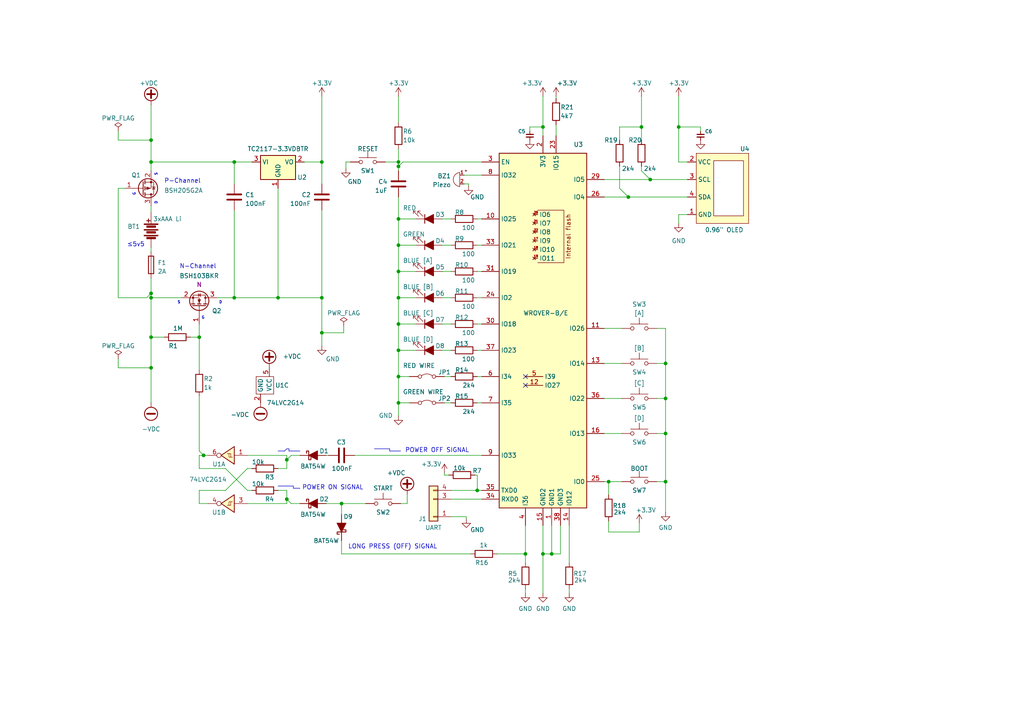
<source format=kicad_sch>
(kicad_sch (version 20230121) (generator eeschema)
  (paper "A4")
  (title_block (title "Ultimate invitation card") (date "2023-11-13") (rev "1.0") (company "espenandersen.no"))
  (lib_symbols
    (symbol "74xGxx_espena:74LVC2G14"
      (property "Reference" "U" (at 3.81 1.27 0))
      (property "Value" "74LVC2G14" (at 8.89 -1.27 0))
      (symbol "74LVC2G14_1_1"
        (polyline (pts (xy -0.254 -0.508) (xy 0.254 -0.508) (xy 0.254 0.508)) (stroke (width 0.127)) (fill (type background)))
        (polyline (pts (xy -1.27 2.54) (xy -1.27 -2.54) (xy 2.54 0) (xy -1.27 2.54)) (stroke (width 0.254)) (fill (type background)))
        (polyline (pts (xy -0.762 -0.508) (xy -0.254 -0.508) (xy -0.254 0.508) (xy 0.762 0.508)) (stroke (width 0.127)) (fill (type background)))
        (pin input line (at -5.08 0 0) (length 3.81) (name "~") (number "1"))
        (pin output inverted (at 6.35 0 180) (length 3.81) (name "~") (number "6"))
      )
      (symbol "74LVC2G14_2_1"
        (polyline (pts (xy -0.254 -0.508) (xy 0.254 -0.508) (xy 0.254 0.508)) (stroke (width 0.127)) (fill (type background)))
        (polyline (pts (xy -1.27 2.54) (xy -1.27 -2.54) (xy 2.54 0) (xy -1.27 2.54)) (stroke (width 0.254)) (fill (type background)))
        (polyline (pts (xy -0.762 -0.508) (xy -0.254 -0.508) (xy -0.254 0.508) (xy 0.762 0.508)) (stroke (width 0.127)) (fill (type background)))
        (pin input line (at -5.08 0 0) (length 3.81) (name "~") (number "3"))
        (pin output inverted (at 6.35 0 180) (length 3.81) (name "~") (number "4"))
      )
      (symbol "74LVC2G14_3_0"
        (rectangle (start -2.54 2.54) (end 2.54 -2.54))
        (rectangle (start 0 -2.54) (end 0 -2.54))
      )
      (symbol "74LVC2G14_3_1"
        (pin power_in line (at 1.27 -5.08 90) (length 2.54) (name "GND") (number "2"))
        (pin power_in line (at -1.27 5.08 270) (length 2.54) (name "VCC") (number "5"))
      )
    )
    (symbol "Connector_Generic_espena:Conn_01x04_without_pin2" (pin_names (offset 1.016) hide)
      (property "Reference" "J" (at 0 5.08 0))
      (property "Value" "Conn_01x04_without_pin2" (at 0 -7.62 0))
      (symbol "Conn_01x04_without_pin2_1_1"
        (rectangle (start -1.27 -4.953) (end 0 -5.207) (stroke (width 0.1524)))
        (rectangle (start -1.27 -2.413) (end 0 -2.667) (stroke (width 0.1524)))
        (rectangle (start -1.27 2.667) (end 0 2.413) (stroke (width 0.1524)))
        (rectangle (start -1.27 3.81) (end 1.27 -6.35) (stroke (width 0.254)) (fill (type background)))
        (pin passive line (at -5.08 2.54 0) (length 3.81) (name "Pin_1") (number "1"))
        (pin no_connect line (at -5.08 0 0) (length 3.81) hide (name "Pin_2") (number "2"))
        (pin passive line (at -5.08 -2.54 0) (length 3.81) (name "Pin_3") (number "3"))
        (pin passive line (at -5.08 -5.08 0) (length 3.81) (name "Pin_4") (number "4"))
      )
    )
    (symbol "Device:C" (pin_numbers hide) (pin_names (offset 0.254))
      (property "Reference" "C" (at 0.635 2.54 0))
      (property "Value" "C" (at 0.635 -2.54 0))
      (symbol "C_0_1"
        (polyline (pts (xy -2.032 -0.762) (xy 2.032 -0.762)) (stroke (width 0.508)))
        (polyline (pts (xy -2.032 0.762) (xy 2.032 0.762)) (stroke (width 0.508)))
      )
      (symbol "C_1_1"
        (pin passive line (at 0 3.81 270) (length 2.794) (name "~") (number "1"))
        (pin passive line (at 0 -3.81 90) (length 2.794) (name "~") (number "2"))
      )
    )
    (symbol "Device:D_Schottky_Filled" (pin_numbers hide) (pin_names (offset 1.016) hide)
      (property "Reference" "D" (at 0 2.54 0))
      (property "Value" "D_Schottky_Filled" (at 0 -2.54 0))
      (symbol "D_Schottky_Filled_0_1"
        (polyline (pts (xy 1.27 0) (xy -1.27 0)))
        (polyline (pts (xy 1.27 1.27) (xy 1.27 -1.27) (xy -1.27 0) (xy 1.27 1.27)) (stroke (width 0.254)) (fill (type outline)))
        (polyline (pts (xy -1.905 0.635) (xy -1.905 1.27) (xy -1.27 1.27) (xy -1.27 -1.27) (xy -0.635 -1.27) (xy -0.635 -0.635)) (stroke (width 0.254)))
      )
      (symbol "D_Schottky_Filled_1_1"
        (pin passive line (at -3.81 0 0) (length 2.54) (name "K") (number "1"))
        (pin passive line (at 3.81 0 180) (length 2.54) (name "A") (number "2"))
      )
    )
    (symbol "Device:Fuse" (pin_numbers hide) (pin_names (offset 0))
      (property "Reference" "F" (at 2.032 0 90))
      (property "Value" "Fuse" (at -1.905 0 90))
      (symbol "Fuse_0_1"
        (rectangle (start -0.762 -2.54) (end 0.762 2.54) (stroke (width 0.254)))
        (polyline (pts (xy 0 2.54) (xy 0 -2.54)))
      )
      (symbol "Fuse_1_1"
        (pin passive line (at 0 3.81 270) (length 1.27) (name "~") (number "1"))
        (pin passive line (at 0 -3.81 90) (length 1.27) (name "~") (number "2"))
      )
    )
    (symbol "Device:LED_Filled" (pin_numbers hide) (pin_names (offset 1.016) hide)
      (property "Reference" "D" (at 0 2.54 0))
      (property "Value" "LED_Filled" (at 0 -2.54 0))
      (symbol "LED_Filled_0_1"
        (polyline (pts (xy -1.27 -1.27) (xy -1.27 1.27)) (stroke (width 0.254)))
        (polyline (pts (xy -1.27 0) (xy 1.27 0)))
        (polyline (pts (xy 1.27 -1.27) (xy 1.27 1.27) (xy -1.27 0) (xy 1.27 -1.27)) (stroke (width 0.254)) (fill (type outline)))
        (polyline (pts (xy -3.048 -0.762) (xy -4.572 -2.286) (xy -3.81 -2.286) (xy -4.572 -2.286) (xy -4.572 -1.524)))
        (polyline (pts (xy -1.778 -0.762) (xy -3.302 -2.286) (xy -2.54 -2.286) (xy -3.302 -2.286) (xy -3.302 -1.524)))
      )
      (symbol "LED_Filled_1_1"
        (pin passive line (at -3.81 0 0) (length 2.54) (name "K") (number "1"))
        (pin passive line (at 3.81 0 180) (length 2.54) (name "A") (number "2"))
      )
    )
    (symbol "Device:R" (pin_numbers hide) (pin_names (offset 0))
      (property "Reference" "R" (at 2.032 0 90))
      (property "Value" "R" (at 0 0 90))
      (symbol "R_0_1"
        (rectangle (start -1.016 -2.54) (end 1.016 2.54) (stroke (width 0.254)))
      )
      (symbol "R_1_1"
        (pin passive line (at 0 3.81 270) (length 1.27) (name "~") (number "1"))
        (pin passive line (at 0 -3.81 90) (length 1.27) (name "~") (number "2"))
      )
    )
    (symbol "Device_espena:Battery_3cell" (pin_numbers hide) (pin_names (offset 0) hide)
      (property "Reference" "BT" (at 2.54 2.54 0))
      (property "Value" "Battery_3cell" (at 2.54 0 0))
      (symbol "Battery_3cell_0_1"
        (rectangle (start -2.032 -1.524) (end 2.032 -1.778) (fill (type outline)))
        (rectangle (start -2.032 0.127) (end 2.032 -0.127) (fill (type outline)))
        (rectangle (start -2.032 1.778) (end 2.032 1.524) (fill (type outline)))
        (rectangle (start -1.3208 -2.1082) (end 1.27 -2.6162) (fill (type outline)))
        (rectangle (start -1.3208 -0.4572) (end 1.27 -0.9652) (fill (type outline)))
        (rectangle (start -1.3208 1.1938) (end 1.27 0.6858) (fill (type outline)))
        (polyline (pts (xy 0 1.778) (xy 0 2.54)))
        (polyline (pts (xy 0.254 2.667) (xy 1.27 2.667)) (stroke (width 0.254)))
        (polyline (pts (xy 0.762 3.175) (xy 0.762 2.159)) (stroke (width 0.254)))
      )
      (symbol "Battery_3cell_1_1"
        (pin passive line (at 0 5.08 270) (length 2.54) (name "+") (number "1"))
        (pin passive line (at 0 -5.08 90) (length 2.54) (name "-") (number "2"))
      )
    )
    (symbol "Device_espena:Buzzer" (pin_names (offset 0.0254) hide)
      (property "Reference" "BZ" (at 2.286 1.27 0))
      (property "Value" "Buzzer" (at 2.286 -1.27 0))
      (symbol "Buzzer_0_1"
        (arc (start 0 -2.032) (mid 1.8758 0) (end 0 2.032))
        (polyline (pts (xy -2.032 2.54) (xy -1.524 2.54)))
        (polyline (pts (xy -1.778 2.794) (xy -1.778 2.286)))
        (polyline (pts (xy 0 2.032) (xy 0 -2.032)))
      )
      (symbol "Buzzer_1_1"
        (pin passive line (at -1.27 1.27 0) (length 1.27) (name "-") (number "1"))
        (pin passive line (at -1.27 -1.27 0) (length 1.27) (name "+") (number "2"))
      )
    )
    (symbol "Device_espena:C_Decoupling" (pin_numbers hide) (pin_names (offset 0.254) hide)
      (property "Reference" "C" (at 0.4572 1.3716 0))
      (symbol "C_Decoupling_0_1"
        (polyline (pts (xy -1.016 -0.381) (xy 1.016 -0.381)) (stroke (width 0.3302)))
        (polyline (pts (xy -1.016 0.381) (xy 1.016 0.381)) (stroke (width 0.3302)))
      )
      (symbol "C_Decoupling_1_1"
        (pin passive line (at 0 1.27 270) (length 0.7938) (name "~") (number "1"))
        (pin passive line (at 0 -1.27 90) (length 0.7938) (name "~") (number "2"))
      )
    )
    (symbol "Display_graphic_espena:OLED-SSD1306_0.96_i2c"
      (property "Reference" "U" (at 0 0 0))
      (property "Value" "0.96\" OLED MODULE" (at 0 -9.906 0))
      (symbol "OLED-SSD1306_0.96_i2c_0_1"
        (rectangle (start -10.16 7.62) (end 10.16 -7.62) (fill (type background)))
        (rectangle (start -8.001 2.54) (end 8.001 -6.096) (fill (type color) (color 255 255 255 1)))
      )
      (symbol "OLED-SSD1306_0.96_i2c_1_1"
        (pin power_in line (at -7.62 10.16 270) (length 2.54) (name "GND") (number "1"))
        (pin power_in line (at 7.62 10.16 270) (length 2.54) (name "VCC") (number "2"))
        (pin bidirectional line (at 2.54 10.16 270) (length 2.54) (name "SCL") (number "3"))
        (pin bidirectional line (at -2.54 10.16 270) (length 2.54) (name "SDA") (number "4"))
      )
    )
    (symbol "Jumper:Jumper_2_Bridged" (pin_numbers hide) (pin_names (offset 0) hide)
      (property "Reference" "JP" (at 0 1.905 0))
      (property "Value" "Jumper_2_Bridged" (at 0 -2.54 0))
      (symbol "Jumper_2_Bridged_0_0"
        (circle (center -2.032 0) (radius 0.508))
        (circle (center 2.032 0) (radius 0.508))
      )
      (symbol "Jumper_2_Bridged_0_1"
        (arc (start 1.524 0.254) (mid 0 0.762) (end -1.524 0.254))
      )
      (symbol "Jumper_2_Bridged_1_1"
        (pin passive line (at -5.08 0 0) (length 2.54) (name "A") (number "1"))
        (pin passive line (at 5.08 0 180) (length 2.54) (name "B") (number "2"))
      )
    )
    (symbol "Jumper_2_Bridged_1" (pin_numbers hide) (pin_names (offset 0) hide)
      (property "Reference" "JP" (at 0 1.905 0))
      (property "Value" "Jumper_2_Bridged" (at 0 -2.54 0))
      (symbol "Jumper_2_Bridged_1_0_0"
        (circle (center -2.032 0) (radius 0.508))
        (circle (center 2.032 0) (radius 0.508))
      )
      (symbol "Jumper_2_Bridged_1_0_1"
        (arc (start 1.524 0.254) (mid 0 0.762) (end -1.524 0.254))
      )
      (symbol "Jumper_2_Bridged_1_1_1"
        (pin passive line (at -5.08 0 0) (length 2.54) (name "A") (number "1"))
        (pin passive line (at 5.08 0 180) (length 2.54) (name "B") (number "2"))
      )
    )
    (symbol "RF_Module_espena:ESP32-WROVER-B_2"
      (property "Reference" "U" (at -12.7 46.99 0))
      (property "Value" "ESP32-WROVER-B" (at 0 -12.7 90))
      (symbol "ESP32-WROVER-B_2_0_1"
        (rectangle (start -12.7 45.72) (end 12.7 -57.15) (stroke (width 0.254)) (fill (type background)))
        (polyline (pts (xy -1.54 29.21) (xy 6.08 29.21) (xy 6.08 13.97) (xy -1.54 13.97)))
        (text "Internal flash" (at 7.35 21.59 900) (effects (font (size 1.27 1.27))))
      )
      (symbol "ESP32-WROVER-B_2_1_1"
        (pin power_in line (at 2.54 -62.23 90) (length 5.08) (name "GND1") (number "1"))
        (pin bidirectional line (at -17.78 26.67 0) (length 5.08) (name "IO25") (number "10"))
        (pin bidirectional line (at 17.78 -5.08 180) (length 5.08) (name "IO26") (number "11"))
        (pin bidirectional line (at -5.08 -21.59 0) (length 5.08) (name "IO27") (number "12"))
        (pin bidirectional line (at 17.78 -15.24 180) (length 5.08) (name "IO14") (number "13"))
        (pin bidirectional line (at 7.62 -62.23 90) (length 5.08) (name "IO12") (number "14"))
        (pin power_in line (at 0 -62.23 90) (length 5.08) (name "GND2") (number "15"))
        (pin bidirectional line (at 17.78 -35.56 180) (length 5.08) (name "IO13") (number "16"))
        (pin no_connect line (at -2.54 20.32 0) (length 1) (name "IO9") (number "17"))
        (pin no_connect line (at -2.54 17.78 0) (length 1) (name "IO10") (number "18"))
        (pin no_connect line (at -2.54 15.24 0) (length 1) (name "IO11") (number "19"))
        (pin power_in line (at 0 50.8 270) (length 5.08) (name "3V3") (number "2"))
        (pin no_connect line (at -2.54 27.94 0) (length 1) (name "IO6") (number "20"))
        (pin no_connect line (at -2.54 25.4 0) (length 1) (name "IO7") (number "21"))
        (pin no_connect line (at -2.54 22.86 0) (length 1) (name "IO8") (number "22"))
        (pin bidirectional line (at 3.81 50.8 270) (length 5.08) (name "IO15") (number "23"))
        (pin bidirectional line (at -17.78 3.81 0) (length 5.08) (name "IO2") (number "24"))
        (pin bidirectional line (at 17.78 -49.53 180) (length 5.08) (name "IO0") (number "25"))
        (pin bidirectional line (at 17.78 33.02 180) (length 5.08) (name "IO4") (number "26"))
        (pin no_connect line (at -2.54 36.83 0) (length 1) hide (name "NC1") (number "27"))
        (pin no_connect line (at -2.54 34.29 0) (length 1) hide (name "NC2") (number "28"))
        (pin bidirectional line (at 17.78 38.1 180) (length 5.08) (name "IO5") (number "29"))
        (pin input line (at -17.78 43.18 0) (length 5.08) (name "EN") (number "3"))
        (pin bidirectional line (at -17.78 -3.81 0) (length 5.08) (name "IO18") (number "30"))
        (pin bidirectional line (at -17.78 11.43 0) (length 5.08) (name "IO19") (number "31"))
        (pin no_connect line (at -2.54 31.75 0) (length 1) hide (name "NC3") (number "32"))
        (pin bidirectional line (at -17.78 19.05 0) (length 5.08) (name "IO21") (number "33"))
        (pin bidirectional line (at -17.78 -54.61 0) (length 5.08) (name "RXD0") (number "34"))
        (pin bidirectional line (at -17.78 -52.07 0) (length 5.08) (name "TXD0") (number "35"))
        (pin bidirectional line (at 17.78 -25.4 180) (length 5.08) (name "IO22") (number "36"))
        (pin bidirectional line (at -17.78 -11.43 0) (length 5.08) (name "IO23") (number "37"))
        (pin power_in line (at 5.08 -62.23 90) (length 5.08) (name "GND3") (number "38"))
        (pin input line (at -5.08 -62.23 90) (length 5.08) (name "I36") (number "4"))
        (pin input line (at -5.08 -19.05 0) (length 5.08) (name "I39") (number "5"))
        (pin input line (at -17.78 -19.05 0) (length 5.08) (name "I34") (number "6"))
        (pin input line (at -17.78 -26.67 0) (length 5.08) (name "I35") (number "7"))
        (pin bidirectional line (at -17.78 39.37 0) (length 5.08) (name "IO32") (number "8"))
        (pin bidirectional line (at -17.78 -41.91 0) (length 5.08) (name "IO33") (number "9"))
      )
    )
    (symbol "Regulator_Linear:NCP1117-3.3_SOT223"
      (property "Reference" "U" (at -3.81 3.175 0))
      (property "Value" "NCP1117-3.3_SOT223" (at 0 3.175 0))
      (symbol "NCP1117-3.3_SOT223_0_1"
        (rectangle (start -5.08 -5.08) (end 5.08 1.905) (stroke (width 0.254)) (fill (type background)))
      )
      (symbol "NCP1117-3.3_SOT223_1_1"
        (pin power_in line (at 0 -7.62 90) (length 2.54) (name "GND") (number "1"))
        (pin power_out line (at 7.62 0 180) (length 2.54) (name "VO") (number "2"))
        (pin power_in line (at -7.62 0 0) (length 2.54) (name "VI") (number "3"))
      )
    )
    (symbol "Switch:SW_Push" (pin_numbers hide) (pin_names (offset 1.016) hide)
      (property "Reference" "SW" (at 1.27 2.54 0))
      (property "Value" "SW_Push" (at 0 -1.524 0))
      (symbol "SW_Push_0_1"
        (circle (center -2.032 0) (radius 0.508))
        (polyline (pts (xy 0 1.27) (xy 0 3.048)))
        (polyline (pts (xy 2.54 1.27) (xy -2.54 1.27)))
        (circle (center 2.032 0) (radius 0.508))
        (pin passive line (at -5.08 0 0) (length 2.54) (name "1") (number "1"))
        (pin passive line (at 5.08 0 180) (length 2.54) (name "2") (number "2"))
      )
    )
    (symbol "Transistor_FET_espena:BSH103BK" (pin_names hide)
      (property "Reference" "Q1" (at 3.81 1.27 90))
      (property "Value" "BSH103BKR" (at 0 -6.35 90))
      (property "Channel" "N" (at -2.54 -1.27 90))
      (symbol "BSH103BK_0_1"
        (polyline (pts (xy 0.254 0) (xy -2.54 0)))
        (polyline (pts (xy 0.254 1.905) (xy 0.254 -1.905)) (stroke (width 0.254)))
        (polyline (pts (xy 0.762 -1.27) (xy 0.762 -2.286)) (stroke (width 0.254)))
        (polyline (pts (xy 0.762 0.508) (xy 0.762 -0.508)) (stroke (width 0.254)))
        (polyline (pts (xy 0.762 2.286) (xy 0.762 1.27)) (stroke (width 0.254)))
        (polyline (pts (xy 2.54 2.54) (xy 2.54 1.778)))
        (polyline (pts (xy 2.54 -2.54) (xy 2.54 0) (xy 0.762 0)))
        (polyline (pts (xy 0.762 -1.778) (xy 3.302 -1.778) (xy 3.302 1.778) (xy 0.762 1.778)))
        (polyline (pts (xy 1.016 0) (xy 2.032 0.381) (xy 2.032 -0.381) (xy 1.016 0)) (fill (type outline)))
        (polyline (pts (xy 2.794 0.508) (xy 2.921 0.381) (xy 3.683 0.381) (xy 3.81 0.254)))
        (polyline (pts (xy 3.302 0.381) (xy 2.921 -0.254) (xy 3.683 -0.254) (xy 3.302 0.381)))
        (circle (center 1.651 0) (radius 2.794) (stroke (width 0.254)))
        (circle (center 2.54 -1.778) (radius 0.254) (fill (type outline)))
        (circle (center 2.54 1.778) (radius 0.254) (fill (type outline)))
      )
      (symbol "BSH103BK_1_1"
        (pin input line (at -5.08 0 0) (length 2.54) (name "G") (number "1"))
        (pin passive line (at 2.54 -5.08 90) (length 2.54) (name "S") (number "2"))
        (pin passive line (at 2.54 5.08 270) (length 2.54) (name "D") (number "3"))
      )
    )
    (symbol "Transistor_FET_espena:BSH205G2A" (pin_names hide)
      (property "Reference" "Q" (at 5.08 1.905 0))
      (property "Value" "BSH205G2A" (at 5.08 0 0))
      (symbol "BSH205G2A_0_1"
        (polyline (pts (xy 0.254 0) (xy -2.54 0)))
        (polyline (pts (xy 0.254 1.905) (xy 0.254 -1.905)) (stroke (width 0.254)))
        (polyline (pts (xy 0.762 -1.27) (xy 0.762 -2.286)) (stroke (width 0.254)))
        (polyline (pts (xy 0.762 0.508) (xy 0.762 -0.508)) (stroke (width 0.254)))
        (polyline (pts (xy 0.762 2.286) (xy 0.762 1.27)) (stroke (width 0.254)))
        (polyline (pts (xy 2.54 2.54) (xy 2.54 1.778)))
        (polyline (pts (xy 2.54 -2.54) (xy 2.54 0) (xy 0.762 0)))
        (polyline (pts (xy 0.762 1.778) (xy 3.302 1.778) (xy 3.302 -1.778) (xy 0.762 -1.778)))
        (polyline (pts (xy 2.286 0) (xy 1.27 0.381) (xy 1.27 -0.381) (xy 2.286 0)) (fill (type outline)))
        (polyline (pts (xy 2.794 -0.508) (xy 2.921 -0.381) (xy 3.683 -0.381) (xy 3.81 -0.254)))
        (polyline (pts (xy 3.302 -0.381) (xy 2.921 0.254) (xy 3.683 0.254) (xy 3.302 -0.381)))
        (circle (center 1.651 0) (radius 2.794) (stroke (width 0.254)))
        (circle (center 2.54 -1.778) (radius 0.254) (fill (type outline)))
        (circle (center 2.54 1.778) (radius 0.254) (fill (type outline)))
      )
      (symbol "BSH205G2A_1_1"
        (pin input line (at -5.08 0 0) (length 2.54) (name "G") (number "1"))
        (pin passive line (at 2.54 -5.08 90) (length 2.54) (name "S") (number "2"))
        (pin passive line (at 2.54 5.08 270) (length 2.54) (name "D") (number "3"))
      )
    )
    (symbol "power:+3.3V" (power) (pin_names (offset 0))
      (property "Value" "+3.3V" (at 0 3.556 0))
      (symbol "+3.3V_0_1"
        (polyline (pts (xy -0.762 1.27) (xy 0 2.54)))
        (polyline (pts (xy 0 0) (xy 0 2.54)))
        (polyline (pts (xy 0 2.54) (xy 0.762 1.27)))
      )
      (symbol "+3.3V_1_1"
        (pin power_in line (at 0 0 90) (length 0) hide (name "+3.3V") (number "1"))
      )
    )
    (symbol "power:+VDC" (power) (pin_names (offset 0))
      (property "Value" "+VDC" (at 0 6.35 0))
      (symbol "+VDC_0_1"
        (polyline (pts (xy -1.143 3.175) (xy 1.143 3.175)) (stroke (width 0.508)))
        (polyline (pts (xy 0 0) (xy 0 1.27)))
        (polyline (pts (xy 0 2.032) (xy 0 4.318)) (stroke (width 0.508)))
        (circle (center 0 3.175) (radius 1.905) (stroke (width 0.254)))
      )
      (symbol "+VDC_1_1"
        (pin power_in line (at 0 0 90) (length 0) hide (name "+VDC") (number "1"))
      )
    )
    (symbol "power:-VDC" (power) (pin_names (offset 0))
      (property "Value" "-VDC" (at 0 6.35 0))
      (symbol "-VDC_0_1"
        (polyline (pts (xy -1.143 3.175) (xy 1.143 3.175)) (stroke (width 0.508)))
        (polyline (pts (xy 0 0) (xy 0 1.27)))
        (circle (center 0 3.175) (radius 1.905) (stroke (width 0.254)))
      )
      (symbol "-VDC_1_1"
        (pin power_in line (at 0 0 90) (length 0) hide (name "-VDC") (number "1"))
      )
    )
    (symbol "power:GND" (power) (pin_names (offset 0))
      (property "Value" "GND" (at 0 -3.81 0))
      (symbol "GND_0_1"
        (polyline (pts (xy 0 0) (xy 0 -1.27) (xy 1.27 -1.27) (xy 0 -2.54) (xy -1.27 -1.27) (xy 0 -1.27)))
      )
      (symbol "GND_1_1"
        (pin power_in line (at 0 0 270) (length 0) hide (name "GND") (number "1"))
      )
    )
    (symbol "power:PWR_FLAG" (power) (pin_numbers hide) (pin_names (offset 0) hide)
      (property "Value" "PWR_FLAG" (at 0 3.81 0))
      (symbol "PWR_FLAG_0_0"
        (pin power_out line (at 0 0 90) (length 0) (name "pwr") (number "1"))
      )
      (symbol "PWR_FLAG_0_1"
        (polyline (pts (xy 0 0) (xy 0 1.27) (xy -1.016 1.905) (xy 0 2.54) (xy 1.016 1.905) (xy 0 1.27)))
      )
    )
  )
  (junction (at 67.945 46.99))
  (junction (at 67.945 86.36))
  (junction (at 196.85 36.83))
  (junction (at 186.055 36.83))
  (junction (at 59.055 132.08))
  (junction (at 99.06 146.05))
  (junction (at 193.04 115.57))
  (junction (at 152.4 160.655))
  (junction (at 115.57 93.98))
  (junction (at 43.815 86.36))
  (junction (at 43.815 85.09))
  (junction (at 80.645 86.36))
  (junction (at 182.245 57.15))
  (junction (at 115.57 116.84))
  (junction (at 188.595 52.07))
  (junction (at 160.02 160.655))
  (junction (at 115.57 71.12))
  (junction (at 193.04 139.7))
  (junction (at 193.04 105.41))
  (junction (at 83.185 144.78))
  (junction (at 157.48 160.655))
  (junction (at 93.345 46.99))
  (junction (at 115.57 101.6))
  (junction (at 93.345 96.52))
  (junction (at 115.57 86.36))
  (junction (at 157.48 36.83))
  (junction (at 93.345 86.36))
  (junction (at 115.57 78.74))
  (junction (at 176.53 139.7))
  (junction (at 115.57 63.5))
  (junction (at 83.185 133.35))
  (junction (at 115.57 48.26))
  (junction (at 57.785 97.79))
  (junction (at 193.04 125.73))
  (junction (at 43.815 46.99))
  (junction (at 138.43 142.24))
  (junction (at 43.815 97.79))
  (junction (at 115.57 46.99))
  (junction (at 43.815 106.68))
  (junction (at 43.815 40.64))
  (junction (at 115.57 109.22))
  (no_connect (at 152.4 111.76))
  (no_connect (at 152.4 109.22))
  (wire (pts (xy 99.06 146.05) (xy 106.045 146.05)))
  (wire (pts (xy 176.53 139.7) (xy 180.34 139.7)))
  (wire (pts (xy 135.89 53.34) (xy 135.89 53.975)))
  (wire (pts (xy 42.545 86.36) (xy 43.815 85.09)))
  (wire (pts (xy 196.85 62.23) (xy 196.85 64.77)))
  (wire (pts (xy 203.2 36.83) (xy 203.2 38.1)))
  (wire (pts (xy 99.695 94.615) (xy 99.695 96.52)))
  (wire (pts (xy 73.025 135.89) (xy 71.755 135.89)))
  (wire (pts (xy 134.62 53.34) (xy 135.89 53.34)))
  (wire (pts (xy 175.26 115.57) (xy 180.34 115.57)))
  (wire (pts (xy 128.27 78.74) (xy 130.81 78.74)))
  (wire (pts (xy 128.905 116.84) (xy 130.81 116.84)))
  (wire (pts (xy 190.5 105.41) (xy 193.04 105.41)))
  (wire (pts (xy 116.84 46.99) (xy 115.57 48.26)))
  (wire (pts (xy 115.57 86.36) (xy 120.65 86.36)))
  (wire (pts (xy 57.785 114.935) (xy 57.785 130.81)))
  (wire (pts (xy 115.57 63.5) (xy 120.65 63.5)))
  (wire (pts (xy 43.815 30.48) (xy 43.815 40.64)))
  (wire (pts (xy 43.815 80.645) (xy 43.815 85.09)))
  (wire (pts (xy 179.705 36.83) (xy 186.055 36.83)))
  (wire (pts (xy 190.5 95.25) (xy 193.04 95.25)))
  (wire (pts (xy 161.29 27.94) (xy 161.29 28.575)))
  (wire (pts (xy 186.055 36.83) (xy 186.055 40.64)))
  (wire (pts (xy 83.185 133.35) (xy 83.185 135.89)))
  (wire (pts (xy 128.905 109.22) (xy 130.81 109.22)))
  (wire (pts (xy 57.785 135.89) (xy 65.405 135.89)))
  (wire (pts (xy 157.48 36.83) (xy 157.48 39.37)))
  (wire (pts (xy 43.815 85.09) (xy 43.815 86.36)))
  (wire (pts (xy 115.57 116.84) (xy 115.57 120.65)))
  (wire (pts (xy 193.04 95.25) (xy 193.04 105.41)))
  (wire (pts (xy 165.1 152.4) (xy 165.1 163.195)))
  (wire (pts (xy 196.85 36.83) (xy 203.2 36.83)))
  (wire (pts (xy 43.815 46.99) (xy 43.815 49.53)))
  (wire (pts (xy 115.57 27.94) (xy 115.57 35.56)))
  (wire (pts (xy 175.26 105.41) (xy 180.34 105.41)))
  (wire (pts (xy 115.57 43.18) (xy 115.57 46.99)))
  (wire (pts (xy 57.785 142.24) (xy 65.405 142.24)))
  (wire (pts (xy 135.255 149.86) (xy 135.255 150.495)))
  (wire (pts (xy 43.815 86.36) (xy 43.815 97.79)))
  (wire (pts (xy 128.27 93.98) (xy 130.81 93.98)))
  (wire (pts (xy 130.81 144.78) (xy 139.7 144.78)))
  (wire (pts (xy 190.5 115.57) (xy 193.04 115.57)))
  (wire (pts (xy 84.455 146.05) (xy 86.995 146.05)))
  (wire (pts (xy 193.04 105.41) (xy 193.04 115.57)))
  (wire (pts (xy 43.815 71.755) (xy 43.815 73.025)))
  (wire (pts (xy 67.945 60.96) (xy 67.945 86.36)))
  (wire (pts (xy 128.27 86.36) (xy 130.81 86.36)))
  (wire (pts (xy 138.43 142.24) (xy 139.7 142.24)))
  (wire (pts (xy 84.455 146.05) (xy 83.185 144.78)))
  (wire (pts (xy 176.53 139.7) (xy 176.53 143.51)))
  (wire (pts (xy 196.85 62.23) (xy 199.39 62.23)))
  (wire (pts (xy 60.325 146.05) (xy 57.785 146.05)))
  (wire (pts (xy 59.055 132.08) (xy 60.325 132.08)))
  (wire (pts (xy 102.87 132.08) (xy 139.7 132.08)))
  (wire (pts (xy 43.815 106.68) (xy 43.815 116.84)))
  (wire (pts (xy 115.57 71.12) (xy 115.57 78.74)))
  (wire (pts (xy 115.57 71.12) (xy 120.65 71.12)))
  (wire (pts (xy 138.43 63.5) (xy 139.7 63.5)))
  (wire (pts (xy 57.785 146.05) (xy 57.785 142.24)))
  (polyline (pts (xy 85.09 140.97) (xy 85.09 141.605)))
  (wire (pts (xy 115.57 86.36) (xy 115.57 93.98)))
  (wire (pts (xy 138.43 71.12) (xy 139.7 71.12)))
  (wire (pts (xy 115.57 93.98) (xy 120.65 93.98)))
  (wire (pts (xy 186.055 27.94) (xy 186.055 36.83)))
  (wire (pts (xy 186.055 48.26) (xy 186.055 49.53)))
  (wire (pts (xy 161.29 36.195) (xy 161.29 39.37)))
  (wire (pts (xy 62.865 86.36) (xy 67.945 86.36)))
  (wire (pts (xy 128.905 137.795) (xy 130.175 137.795)))
  (wire (pts (xy 153.67 36.83) (xy 153.67 38.1)))
  (wire (pts (xy 83.185 133.35) (xy 84.455 132.08)))
  (wire (pts (xy 57.785 97.79) (xy 57.785 107.315)))
  (wire (pts (xy 115.57 101.6) (xy 120.65 101.6)))
  (wire (pts (xy 118.11 143.51) (xy 118.11 146.05)))
  (wire (pts (xy 162.56 152.4) (xy 162.56 160.655)))
  (wire (pts (xy 65.405 135.89) (xy 71.755 142.24)))
  (wire (pts (xy 130.81 149.86) (xy 135.255 149.86)))
  (wire (pts (xy 71.755 132.08) (xy 83.185 132.08)))
  (wire (pts (xy 65.405 142.24) (xy 71.755 135.89)))
  (wire (pts (xy 115.57 101.6) (xy 115.57 109.22)))
  (wire (pts (xy 175.26 125.73) (xy 180.34 125.73)))
  (wire (pts (xy 128.27 101.6) (xy 130.81 101.6)))
  (wire (pts (xy 115.57 109.22) (xy 118.745 109.22)))
  (wire (pts (xy 88.265 46.99) (xy 93.345 46.99)))
  (wire (pts (xy 128.27 71.12) (xy 130.81 71.12)))
  (wire (pts (xy 138.43 93.98) (xy 139.7 93.98)))
  (wire (pts (xy 115.57 93.98) (xy 115.57 101.6)))
  (polyline (pts (xy 113.03 130.175) (xy 113.03 130.81)))
  (wire (pts (xy 179.705 36.83) (xy 179.705 40.64)))
  (wire (pts (xy 83.185 132.08) (xy 83.185 133.35)))
  (wire (pts (xy 93.345 96.52) (xy 99.695 96.52)))
  (wire (pts (xy 190.5 139.7) (xy 193.04 139.7)))
  (polyline (pts (xy 108.585 130.175) (xy 113.03 130.175)))
  (wire (pts (xy 157.48 160.655) (xy 160.02 160.655)))
  (wire (pts (xy 83.185 142.24) (xy 83.185 144.78)))
  (wire (pts (xy 80.645 86.36) (xy 93.345 86.36)))
  (wire (pts (xy 73.025 142.24) (xy 71.755 142.24)))
  (wire (pts (xy 67.945 86.36) (xy 80.645 86.36)))
  (wire (pts (xy 43.815 46.99) (xy 67.945 46.99)))
  (wire (pts (xy 196.85 46.99) (xy 199.39 46.99)))
  (wire (pts (xy 115.57 46.99) (xy 115.57 48.26)))
  (polyline (pts (xy 83.185 130.175) (xy 82.55 130.81)))
  (polyline (pts (xy 83.82 130.81) (xy 86.995 130.81)))
  (wire (pts (xy 157.48 152.4) (xy 157.48 160.655)))
  (wire (pts (xy 34.29 86.36) (xy 42.545 86.36)))
  (wire (pts (xy 83.185 144.78) (xy 83.185 146.05)))
  (polyline (pts (xy 83.82 130.175) (xy 83.82 130.81)))
  (wire (pts (xy 188.595 52.07) (xy 199.39 52.07)))
  (wire (pts (xy 43.815 40.64) (xy 34.29 40.64)))
  (wire (pts (xy 115.57 78.74) (xy 115.57 86.36)))
  (wire (pts (xy 152.4 160.655) (xy 152.4 163.195)))
  (wire (pts (xy 100.33 46.99) (xy 101.6 46.99)))
  (wire (pts (xy 94.615 132.08) (xy 95.25 132.08)))
  (wire (pts (xy 185.42 151.765) (xy 185.42 154.305)))
  (wire (pts (xy 115.57 57.15) (xy 115.57 63.5)))
  (wire (pts (xy 34.29 104.14) (xy 34.29 106.68)))
  (wire (pts (xy 34.29 38.1) (xy 34.29 40.64)))
  (polyline (pts (xy 80.645 130.81) (xy 82.55 130.81)))
  (wire (pts (xy 93.345 96.52) (xy 93.345 100.33)))
  (wire (pts (xy 186.055 49.53) (xy 188.595 52.07)))
  (wire (pts (xy 134.62 50.8) (xy 139.7 50.8)))
  (wire (pts (xy 57.785 132.08) (xy 57.785 135.89)))
  (wire (pts (xy 193.04 125.73) (xy 193.04 139.7)))
  (wire (pts (xy 175.26 52.07) (xy 188.595 52.07)))
  (wire (pts (xy 84.455 132.08) (xy 86.995 132.08)))
  (wire (pts (xy 116.205 146.05) (xy 118.11 146.05)))
  (wire (pts (xy 43.815 106.68) (xy 34.29 106.68)))
  (wire (pts (xy 99.06 156.845) (xy 99.06 160.655)))
  (wire (pts (xy 157.48 36.83) (xy 153.67 36.83)))
  (wire (pts (xy 115.57 109.22) (xy 115.57 116.84)))
  (wire (pts (xy 160.02 160.655) (xy 162.56 160.655)))
  (polyline (pts (xy 83.82 130.175) (xy 83.185 130.175)))
  (polyline (pts (xy 85.09 141.605) (xy 86.995 141.605)))
  (wire (pts (xy 193.04 139.7) (xy 193.04 148.59)))
  (wire (pts (xy 43.815 97.79) (xy 47.625 97.79)))
  (wire (pts (xy 179.705 54.61) (xy 182.245 57.15)))
  (wire (pts (xy 138.43 101.6) (xy 139.7 101.6)))
  (wire (pts (xy 160.02 152.4) (xy 160.02 160.655)))
  (wire (pts (xy 182.245 57.15) (xy 199.39 57.15)))
  (wire (pts (xy 43.815 59.69) (xy 43.815 61.595)))
  (wire (pts (xy 93.345 60.96) (xy 93.345 86.36)))
  (wire (pts (xy 176.53 151.13) (xy 176.53 154.305)))
  (wire (pts (xy 115.57 116.84) (xy 118.745 116.84)))
  (wire (pts (xy 115.57 48.26) (xy 115.57 49.53)))
  (wire (pts (xy 43.815 86.36) (xy 52.705 86.36)))
  (wire (pts (xy 115.57 78.74) (xy 120.65 78.74)))
  (wire (pts (xy 138.43 137.795) (xy 138.43 142.24)))
  (wire (pts (xy 175.26 57.15) (xy 182.245 57.15)))
  (wire (pts (xy 157.48 27.94) (xy 157.48 36.83)))
  (wire (pts (xy 165.1 170.815) (xy 165.1 172.085)))
  (wire (pts (xy 193.04 115.57) (xy 193.04 125.73)))
  (polyline (pts (xy 80.645 140.97) (xy 85.09 140.97)))
  (wire (pts (xy 116.84 46.99) (xy 139.7 46.99)))
  (wire (pts (xy 138.43 116.84) (xy 139.7 116.84)))
  (wire (pts (xy 67.945 46.99) (xy 73.025 46.99)))
  (wire (pts (xy 175.26 139.7) (xy 176.53 139.7)))
  (wire (pts (xy 138.43 109.22) (xy 139.7 109.22)))
  (wire (pts (xy 100.33 46.99) (xy 100.33 48.895)))
  (wire (pts (xy 43.815 97.79) (xy 43.815 106.68)))
  (wire (pts (xy 196.85 27.94) (xy 196.85 36.83)))
  (wire (pts (xy 128.905 137.16) (xy 128.905 137.795)))
  (wire (pts (xy 93.345 27.94) (xy 93.345 46.99)))
  (wire (pts (xy 130.81 142.24) (xy 138.43 142.24)))
  (wire (pts (xy 115.57 63.5) (xy 115.57 71.12)))
  (wire (pts (xy 34.29 54.61) (xy 34.29 86.36)))
  (wire (pts (xy 43.815 40.64) (xy 43.815 46.99)))
  (wire (pts (xy 176.53 154.305) (xy 185.42 154.305)))
  (wire (pts (xy 80.645 54.61) (xy 80.645 86.36)))
  (wire (pts (xy 128.27 63.5) (xy 130.81 63.5)))
  (wire (pts (xy 34.29 54.61) (xy 36.195 54.61)))
  (wire (pts (xy 138.43 86.36) (xy 139.7 86.36)))
  (wire (pts (xy 144.145 160.655) (xy 152.4 160.655)))
  (wire (pts (xy 99.06 160.655) (xy 136.525 160.655)))
  (wire (pts (xy 111.76 46.99) (xy 115.57 46.99)))
  (wire (pts (xy 71.755 146.05) (xy 83.185 146.05)))
  (wire (pts (xy 137.795 137.795) (xy 138.43 137.795)))
  (wire (pts (xy 196.85 36.83) (xy 196.85 46.99)))
  (wire (pts (xy 157.48 160.655) (xy 157.48 172.085)))
  (wire (pts (xy 57.785 93.98) (xy 57.785 97.79)))
  (wire (pts (xy 152.4 152.4) (xy 152.4 160.655)))
  (wire (pts (xy 99.06 146.05) (xy 99.06 149.225)))
  (wire (pts (xy 57.785 132.08) (xy 59.055 132.08)))
  (wire (pts (xy 93.345 46.99) (xy 93.345 53.34)))
  (wire (pts (xy 190.5 125.73) (xy 193.04 125.73)))
  (wire (pts (xy 93.345 86.36) (xy 93.345 96.52)))
  (wire (pts (xy 57.785 130.81) (xy 59.055 132.08)))
  (wire (pts (xy 83.185 135.89) (xy 80.645 135.89)))
  (wire (pts (xy 99.06 146.05) (xy 94.615 146.05)))
  (wire (pts (xy 175.26 95.25) (xy 180.34 95.25)))
  (wire (pts (xy 138.43 78.74) (xy 139.7 78.74)))
  (wire (pts (xy 55.245 97.79) (xy 57.785 97.79)))
  (wire (pts (xy 179.705 48.26) (xy 179.705 54.61)))
  (wire (pts (xy 67.945 46.99) (xy 67.945 53.34)))
  (wire (pts (xy 152.4 170.815) (xy 152.4 172.085)))
  (polyline (pts (xy 113.03 130.81) (xy 116.205 130.81)))
  (wire (pts (xy 83.185 142.24) (xy 80.645 142.24)))
  (text "≤5v5" (at 36.83 71.755 0) (effects (font (size 1.27 1.27)) (justify left bottom)))
  (text "S" (at 51.435 88.265 0) (effects (font (size 0.762 0.762)) (justify left bottom)))
  (text "LONG PRESS (OFF) SIGNAL" (at 100.965 159.385 0) (effects (font (size 1.27 1.27)) (justify left bottom)))
  (text "POWER ON SIGNAL" (at 87.63 142.24 0) (effects (font (size 1.27 1.27)) (justify left bottom)))
  (text "P-Channel" (at 47.625 53.34 0) (effects (font (size 1.27 1.27)) (justify left bottom)))
  (text "N-Channel" (at 52.07 78.105 0) (effects (font (size 1.27 1.27)) (justify left bottom)))
  (text "D" (at 45.72 58.42 90) (effects (font (size 0.762 0.762)) (justify right bottom)))
  (text "S" (at 45.72 50.165 90) (effects (font (size 0.762 0.762)) (justify right bottom)))
  (text "D" (at 63.5 88.265 0) (effects (font (size 0.762 0.762)) (justify left bottom)))
  (text "POWER OFF SIGNAL" (at 117.475 131.445 0) (effects (font (size 1.27 1.27)) (justify left bottom)))
  (text "G" (at 39.37 55.88 90) (effects (font (size 0.762 0.762)) (justify right bottom)))
  (text "G" (at 58.42 92.71 0) (effects (font (size 0.762 0.762)) (justify left bottom)))
  (symbol (lib_id "Device:C") (at 115.57 53.34 0) (mirror y) (unit 1)
    (property "Reference" "C4" (at 112.395 52.705 0) (effects (justify left)))
    (property "Value" "1uF" (at 112.395 55.245 0) (effects (justify left)))
    (property "Footprint" "Capacitor_SMD:C_0805_2012Metric" (effects hide))
  )
  (symbol (lib_id "74xGxx_espena:74LVC2G14") (at 66.675 132.08 0) (mirror y) (unit 1)
    (property "Reference" "U1" (at 63.5 134.62 0))
    (property "Value" "74LVC2G14" (effects hide))
    (property "Footprint" "Package_TO_SOT_SMD:SOT-23-6" (effects hide))
    (property "Datasheet" "https://www.ti.com/lit/ds/symlink/sn74lvc2g14.pdf" (effects hide))
  )
  (symbol (lib_id "Device:R") (at 76.835 135.89 270) (mirror x) (unit 1)
    (property "Reference" "R3" (at 76.835 138.43 90) (effects (justify left)))
    (property "Value" "10k" (at 73.025 133.985 90) (effects (justify left)))
    (property "Footprint" "Resistor_SMD:R_0805_2012Metric" (effects hide))
  )
  (symbol (lib_id "Device:R") (at 176.53 147.32 0) (mirror y) (unit 1)
    (property "Reference" "R18" (at 181.61 146.685 0) (effects (justify left)))
    (property "Value" "2k4" (at 181.61 148.59 0) (effects (justify left)))
    (property "Footprint" "Resistor_SMD:R_0805_2012Metric" (effects hide))
  )
  (symbol (lib_id "Device:D_Schottky_Filled") (at 90.805 146.05 0) (unit 1)
    (property "Reference" "D2" (at 93.98 144.78 0))
    (property "Value" "BAT54W" (at 90.805 149.225 0))
    (property "Footprint" "Diode_SMD:D_SOD-123" (effects hide))
  )
  (symbol (lib_id "Device:R") (at 140.335 160.655 270) (mirror x) (unit 1)
    (property "Reference" "R16" (at 137.795 163.195 90) (effects (justify left)))
    (property "Value" "1k" (at 139.065 158.115 90) (effects (justify left)))
    (property "Footprint" "Resistor_SMD:R_0805_2012Metric" (effects hide))
  )
  (symbol (lib_name "Jumper_2_Bridged_1") (lib_id "Jumper:Jumper_2_Bridged") (at 123.825 109.22 0) (unit 1)
    (property "Reference" "JP1" (at 128.905 107.95 0))
    (property "Value" "RED WIRE" (at 116.84 106.045 0) (effects (justify left)))
    (property "Footprint" "Jumper_espena:Wire_Jumper_17.78mm" (effects hide))
  )
  (symbol (lib_id "Device:C") (at 93.345 57.15 0) (mirror y) (unit 1)
    (property "Reference" "C2" (at 90.17 56.515 0) (effects (justify left)))
    (property "Value" "100nF" (at 90.17 59.055 0) (effects (justify left)))
    (property "Footprint" "Capacitor_SMD:C_0805_2012Metric" (effects hide))
  )
  (symbol (lib_id "Device:R") (at 134.62 63.5 90) (unit 1)
    (property "Reference" "R8" (at 134.62 61.595 90) (effects (justify left)))
    (property "Value" "100" (at 137.795 66.04 90) (effects (justify left)))
    (property "Footprint" "Resistor_SMD:R_0805_2012Metric" (effects hide))
  )
  (symbol (lib_id "Switch:SW_Push") (at 185.42 139.7 0) (unit 1)
    (property "Reference" "SW7" (at 185.42 142.24 0))
    (property "Value" "BOOT" (at 185.42 135.89 0))
    (property "Footprint" "Button_Switch_SMD_espena:SW_SPST_TL3301_6x6mm_H4.3mm" (effects hide))
  )
  (symbol (lib_id "Device:R") (at 165.1 167.005 0) (mirror y) (unit 1)
    (property "Reference" "R17" (at 170.18 166.37 0) (effects (justify left)))
    (property "Value" "2k4" (at 170.18 168.275 0) (effects (justify left)))
    (property "Footprint" "Resistor_SMD:R_0805_2012Metric" (effects hide))
  )
  (symbol (lib_id "Device:R") (at 179.705 44.45 0) (unit 1)
    (property "Reference" "R19" (at 175.26 40.64 0) (effects (justify left)))
    (property "Value" "2k4" (at 180.34 48.895 0) (effects (justify left)))
    (property "Footprint" "Resistor_SMD:R_0805_2012Metric" (effects hide))
  )
  (symbol (lib_id "Device:R") (at 134.62 71.12 90) (unit 1)
    (property "Reference" "R9" (at 134.62 69.215 90) (effects (justify left)))
    (property "Value" "100" (at 137.795 73.66 90) (effects (justify left)))
    (property "Footprint" "Resistor_SMD:R_0805_2012Metric" (effects hide))
  )
  (symbol (lib_id "power:GND") (at 100.33 48.895 0) (unit 1)
    (property "Reference" "#PWR07" (effects hide))
    (property "Value" "GND" (at 102.87 52.705 0))
  )
  (symbol (lib_id "Device:R") (at 152.4 167.005 0) (unit 1)
    (property "Reference" "R5" (at 147.32 166.37 0) (effects (justify left)))
    (property "Value" "2k4" (at 147.32 168.275 0) (effects (justify left)))
    (property "Footprint" "Resistor_SMD:R_0805_2012Metric" (effects hide))
  )
  (symbol (lib_id "power:+3.3V") (at 161.29 27.94 0) (unit 1)
    (property "Reference" "#PWR017" (effects hide))
    (property "Value" "+3.3V" (at 164.465 24.13 0))
  )
  (symbol (lib_id "Switch:SW_Push") (at 185.42 115.57 0) (unit 1)
    (property "Reference" "SW5" (at 185.42 118.11 0))
    (property "Value" "[C]" (at 185.42 111.125 0))
    (property "Footprint" "Button_Switch_SMD_espena:SW_SPST_TL3301_6x6mm_H4.3mm" (effects hide))
  )
  (symbol (lib_id "power:GND") (at 157.48 172.085 0) (unit 1)
    (property "Reference" "#PWR016" (effects hide))
    (property "Value" "GND" (at 157.48 176.53 0))
  )
  (symbol (lib_id "power:GND") (at 203.2 40.64 0) (unit 1)
    (property "Reference" "#PWR028" (effects hide))
    (property "Value" "GND" (effects hide))
  )
  (symbol (lib_id "Device:LED_Filled") (at 124.46 93.98 0) (mirror x) (unit 1)
    (property "Reference" "D7" (at 127.635 92.71 0))
    (property "Value" "BLUE [C]" (at 116.84 90.805 0) (effects (justify left)))
    (property "Footprint" "LED_SMD:LED_0805_2012Metric" (effects hide))
  )
  (symbol (lib_id "Device:Fuse") (at 43.815 76.835 0) (unit 1)
    (property "Reference" "F1" (at 45.72 76.2 0) (effects (justify left)))
    (property "Value" "2A" (at 45.72 78.74 0) (effects (justify left)))
    (property "Footprint" "Fuse:Fuse_0603_1608Metric" (effects hide))
  )
  (symbol (lib_id "power:+VDC") (at 78.105 106.68 0) (unit 1)
    (property "Reference" "#PWR04" (effects hide))
    (property "Value" "+VDC" (at 84.709 103.378 0))
  )
  (symbol (lib_id "power:-VDC") (at 75.565 116.84 0) (mirror x) (unit 1)
    (property "Reference" "#PWR03" (effects hide))
    (property "Value" "-VDC" (at 69.596 120.269 0))
  )
  (symbol (lib_id "power:PWR_FLAG") (at 99.695 94.615 0) (unit 1)
    (property "Reference" "#FLG03" (effects hide))
    (property "Value" "PWR_FLAG" (at 99.695 90.805 0))
  )
  (symbol (lib_id "RF_Module_espena:ESP32-WROVER-B_2") (at 157.48 90.17 0) (unit 1)
    (property "Reference" "U3" (at 166.37 41.91 0) (effects (justify left)))
    (property "Value" "WROVER-B/E" (at 151.765 90.805 0) (effects (justify left)))
    (property "Footprint" "RF_Module_espena:ESP32-WROVER-B" (effects hide))
    (property "Datasheet" "https://www.espressif.com/sites/default/files/documentation/esp32-wrover-b_datasheet_en.pdf" (effects hide))
  )
  (symbol (lib_id "power:PWR_FLAG") (at 34.29 104.14 0) (mirror y) (unit 1)
    (property "Reference" "#FLG02" (effects hide))
    (property "Value" "PWR_FLAG" (at 34.29 100.33 0))
  )
  (symbol (lib_id "power:+VDC") (at 43.815 30.48 0) (unit 1)
    (property "Reference" "#PWR01" (effects hide))
    (property "Value" "+VDC" (at 43.18 24.13 0))
  )
  (symbol (lib_id "Switch:SW_Push") (at 111.125 146.05 0) (unit 1)
    (property "Reference" "SW2" (at 111.125 148.59 0))
    (property "Value" "START" (at 111.125 141.605 0))
    (property "Footprint" "Button_Switch_SMD_espena:SW_SPST_TL3301_6x6mm_H4.3mm" (effects hide))
  )
  (symbol (lib_id "Device:R") (at 134.62 78.74 90) (unit 1)
    (property "Reference" "R10" (at 135.89 76.835 90) (effects (justify left)))
    (property "Value" "100" (at 137.795 81.28 90) (effects (justify left)))
    (property "Footprint" "Resistor_SMD:R_0805_2012Metric" (effects hide))
  )
  (symbol (lib_id "Device:R") (at 76.835 142.24 270) (unit 1)
    (property "Reference" "R4" (at 76.835 144.78 90) (effects (justify left)))
    (property "Value" "10k" (at 73.025 140.335 90) (effects (justify left)))
    (property "Footprint" "Resistor_SMD:R_0805_2012Metric" (effects hide))
  )
  (symbol (lib_id "Device:R") (at 134.62 93.98 90) (unit 1)
    (property "Reference" "R12" (at 135.89 92.075 90) (effects (justify left)))
    (property "Value" "100" (at 137.795 96.52 90) (effects (justify left)))
    (property "Footprint" "Resistor_SMD:R_0805_2012Metric" (effects hide))
  )
  (symbol (lib_id "Device:R") (at 134.62 101.6 90) (unit 1)
    (property "Reference" "R13" (at 135.89 99.695 90) (effects (justify left)))
    (property "Value" "100" (at 137.795 104.14 90) (effects (justify left)))
    (property "Footprint" "Resistor_SMD:R_0805_2012Metric" (effects hide))
  )
  (symbol (lib_id "Device:R") (at 186.055 44.45 0) (unit 1)
    (property "Reference" "R20" (at 182.245 40.64 0) (effects (justify left)))
    (property "Value" "2k4" (at 186.69 48.895 0) (effects (justify left)))
    (property "Footprint" "Resistor_SMD:R_0805_2012Metric" (effects hide))
  )
  (symbol (lib_id "Device:R") (at 134.62 109.22 90) (unit 1)
    (property "Reference" "R14" (at 135.89 107.315 90) (effects (justify left)))
    (property "Value" "2k4" (at 137.795 111.76 90) (effects (justify left)))
    (property "Footprint" "Resistor_SMD:R_0805_2012Metric" (effects hide))
  )
  (symbol (lib_id "power:+3.3V") (at 185.42 151.765 0) (mirror y) (unit 1)
    (property "Reference" "#PWR019" (effects hide))
    (property "Value" "+3.3V" (at 187.325 147.955 0))
  )
  (symbol (lib_id "power:+3.3V") (at 186.055 27.94 0) (unit 1)
    (property "Reference" "#PWR020" (effects hide))
    (property "Value" "+3.3V" (at 186.055 24.13 0))
  )
  (symbol (lib_id "Device_espena:Battery_3cell") (at 43.815 66.675 0) (mirror y) (unit 1)
    (property "Reference" "BT1" (at 40.64 65.6971 0) (effects (justify left)))
    (property "Value" "3xAAA Li" (at 52.705 63.5 0) (effects (justify left)))
    (property "Footprint" "Battery_espena:BatteryHolder_3xAAA_THT" (effects hide))
  )
  (symbol (lib_id "Device:R") (at 133.985 137.795 270) (mirror x) (unit 1)
    (property "Reference" "R7" (at 137.033 136.525 90) (effects (justify left)))
    (property "Value" "10k" (at 131.445 135.763 90) (effects (justify left)))
    (property "Footprint" "Resistor_SMD:R_0805_2012Metric" (effects hide))
  )
  (symbol (lib_id "Display_graphic_espena:OLED-SSD1306_0.96_i2c") (at 209.55 54.61 90) (unit 1)
    (property "Reference" "U4" (at 214.63 43.18 90) (effects (justify right)))
    (property "Value" "0.96\" OLED" (at 204.47 66.675 90) (effects (justify right)))
    (property "Footprint" "Display_espena:OLED_SSD1306_128x64" (effects hide))
  )
  (symbol (lib_id "power:GND") (at 115.57 120.65 0) (unit 1)
    (property "Reference" "#PWR09" (effects hide))
    (property "Value" "GND" (at 111.887 120.523 0))
  )
  (symbol (lib_id "Device:C") (at 67.945 57.15 0) (unit 1)
    (property "Reference" "C1" (at 71.12 56.515 0) (effects (justify left)))
    (property "Value" "100nF" (at 71.12 59.055 0) (effects (justify left)))
    (property "Footprint" "Capacitor_SMD:C_0805_2012Metric" (effects hide))
  )
  (symbol (lib_id "74xGxx_espena:74LVC2G14") (at 66.675 146.05 180) (unit 2)
    (property "Reference" "U1" (at 63.5 148.59 0))
    (property "Value" "74LVC2G14" (at 60.325 139.065 0))
    (property "Footprint" "Package_TO_SOT_SMD:SOT-23-6" (effects hide))
    (property "Datasheet" "https://www.ti.com/lit/ds/symlink/sn74lvc2g14.pdf" (effects hide))
  )
  (symbol (lib_id "power:GND") (at 196.85 64.77 0) (unit 1)
    (property "Reference" "#PWR027" (effects hide))
    (property "Value" "GND" (at 196.85 69.85 0))
  )
  (symbol (lib_id "power:+3.3V") (at 196.85 27.94 0) (unit 1)
    (property "Reference" "#PWR026" (effects hide))
    (property "Value" "+3.3V" (at 196.85 24.13 0))
  )
  (symbol (lib_id "power:PWR_FLAG") (at 34.29 38.1 0) (mirror y) (unit 1)
    (property "Reference" "#FLG01" (effects hide))
    (property "Value" "PWR_FLAG" (at 34.29 34.29 0))
  )
  (symbol (lib_id "Transistor_FET_espena:BSH103BK") (at 57.785 88.9 270) (mirror x) (unit 1)
    (property "Reference" "Q2" (at 62.865 90.17 90))
    (property "Value" "BSH103BKR" (at 57.785 80.01 90))
    (property "Footprint" "Package_TO_SOT_SMD:SOT-23" (effects hide))
    (property "Datasheet" "https://no.mouser.com/datasheet/2/916/BSH103BK-2065541.pdf" (effects hide))
    (property "Channel" "N" (at 57.785 82.55 90))
  )
  (symbol (lib_id "Switch:SW_Push") (at 106.68 46.99 0) (mirror y) (unit 1)
    (property "Reference" "SW1" (at 106.68 49.53 0))
    (property "Value" "RESET" (at 106.68 43.18 0))
    (property "Footprint" "Button_Switch_SMD_espena:SW_SPST_TL3301_6x6mm_H4.3mm" (effects hide))
  )
  (symbol (lib_id "Device_espena:Buzzer") (at 133.35 52.07 0) (mirror y) (unit 1)
    (property "Reference" "BZ1" (at 130.81 51.054 0) (effects (justify left)))
    (property "Value" "Piezo" (at 130.81 53.594 0) (effects (justify left)))
    (property "Footprint" "Transducer_espena:TP094003_Transducer_9x9mm" (effects hide))
  )
  (symbol (lib_id "Device:LED_Filled") (at 124.46 71.12 0) (mirror x) (unit 1)
    (property "Reference" "D4" (at 127.635 69.85 0))
    (property "Value" "GREEN" (at 116.84 67.945 0) (effects (justify left)))
    (property "Footprint" "LED_SMD:LED_0805_2012Metric" (effects hide))
  )
  (symbol (lib_id "power:GND") (at 193.04 148.59 0) (unit 1)
    (property "Reference" "#PWR025" (effects hide))
    (property "Value" "GND" (at 193.04 153.035 0))
  )
  (symbol (lib_id "Device:R") (at 115.57 39.37 0) (unit 1)
    (property "Reference" "R6" (at 116.84 38.1 0) (effects (justify left)))
    (property "Value" "10k" (at 116.84 40.64 0) (effects (justify left)))
    (property "Footprint" "Resistor_SMD:R_0805_2012Metric" (effects hide))
  )
  (symbol (lib_id "Device:R") (at 134.62 116.84 90) (unit 1)
    (property "Reference" "R15" (at 135.89 114.935 90) (effects (justify left)))
    (property "Value" "2k4" (at 137.795 119.38 90) (effects (justify left)))
    (property "Footprint" "Resistor_SMD:R_0805_2012Metric" (effects hide))
  )
  (symbol (lib_id "power:-VDC") (at 43.815 116.84 0) (mirror x) (unit 1)
    (property "Reference" "#PWR02" (effects hide))
    (property "Value" "-VDC" (at 43.815 124.46 0))
  )
  (symbol (lib_id "Device:D_Schottky_Filled") (at 90.805 132.08 0) (unit 1)
    (property "Reference" "D1" (at 93.98 130.81 0))
    (property "Value" "BAT54W" (at 90.805 135.255 0))
    (property "Footprint" "Diode_SMD:D_SOD-123" (effects hide))
  )
  (symbol (lib_id "Device:R") (at 57.785 111.125 0) (unit 1)
    (property "Reference" "R2" (at 59.055 109.855 0) (effects (justify left)))
    (property "Value" "1k" (at 59.055 112.395 0) (effects (justify left)))
    (property "Footprint" "Resistor_SMD:R_0805_2012Metric" (effects hide))
  )
  (symbol (lib_id "Device:LED_Filled") (at 124.46 78.74 0) (mirror x) (unit 1)
    (property "Reference" "D5" (at 127.635 77.47 0))
    (property "Value" "BLUE [A]" (at 116.84 75.565 0) (effects (justify left)))
    (property "Footprint" "LED_SMD:LED_0805_2012Metric" (effects hide))
  )
  (symbol (lib_id "Device:LED_Filled") (at 124.46 101.6 0) (mirror x) (unit 1)
    (property "Reference" "D8" (at 127.635 100.33 0))
    (property "Value" "BLUE [D]" (at 116.84 98.425 0) (effects (justify left)))
    (property "Footprint" "LED_SMD:LED_0805_2012Metric" (effects hide))
  )
  (symbol (lib_id "power:GND") (at 135.255 150.495 0) (unit 1)
    (property "Reference" "#PWR012" (effects hide))
    (property "Value" "GND" (at 138.43 153.67 0))
  )
  (symbol (lib_id "Device:R") (at 51.435 97.79 270) (mirror x) (unit 1)
    (property "Reference" "R1" (at 48.895 100.33 90) (effects (justify left)))
    (property "Value" "1M" (at 50.165 95.25 90) (effects (justify left)))
    (property "Footprint" "Resistor_SMD:R_0805_2012Metric" (effects hide))
  )
  (symbol (lib_id "Device:C") (at 99.06 132.08 90) (mirror x) (unit 1)
    (property "Reference" "C3" (at 100.33 128.27 90) (effects (justify left)))
    (property "Value" "100nF" (at 102.235 135.89 90) (effects (justify left)))
    (property "Footprint" "Capacitor_SMD:C_0805_2012Metric" (effects hide))
  )
  (symbol (lib_id "power:+3.3V") (at 128.905 137.16 0) (mirror y) (unit 1)
    (property "Reference" "#PWR011" (effects hide))
    (property "Value" "+3.3V" (at 125.095 134.62 0))
  )
  (symbol (lib_id "power:GND") (at 165.1 172.085 0) (unit 1)
    (property "Reference" "#PWR018" (effects hide))
    (property "Value" "GND" (at 165.1 176.53 0))
  )
  (symbol (lib_id "Device_espena:C_Decoupling") (at 153.67 39.37 0) (mirror y) (unit 1)
    (property "Reference" "C5" (at 152.4 38.1 0) (effects (font (size 1 1)) (justify left)))
    (property "Value" "C_Decoupling" (effects hide))
    (property "Footprint" "Capacitor_SMD:C_0805_2012Metric" (effects hide))
  )
  (symbol (lib_id "power:GND") (at 153.67 40.64 0) (mirror y) (unit 1)
    (property "Reference" "#PWR014" (effects hide))
    (property "Value" "GND" (effects hide))
  )
  (symbol (lib_id "Switch:SW_Push") (at 185.42 105.41 0) (unit 1)
    (property "Reference" "SW4" (at 185.42 107.95 0))
    (property "Value" "[B]" (at 185.42 100.965 0))
    (property "Footprint" "Button_Switch_SMD_espena:SW_SPST_TL3301_6x6mm_H4.3mm" (effects hide))
  )
  (symbol (lib_id "Device_espena:C_Decoupling") (at 203.2 39.37 0) (unit 1)
    (property "Reference" "C6" (at 204.47 38.1 0) (effects (font (size 1 1)) (justify left)))
    (property "Value" "C_Decoupling" (effects hide))
    (property "Footprint" "Capacitor_SMD:C_0805_2012Metric" (effects hide))
  )
  (symbol (lib_id "Device:D_Schottky_Filled") (at 99.06 153.035 90) (unit 1)
    (property "Reference" "D9" (at 100.965 149.86 90))
    (property "Value" "BAT54W" (at 94.615 156.845 90))
    (property "Footprint" "Diode_SMD:D_SOD-123" (effects hide))
  )
  (symbol (lib_id "74xGxx_espena:74LVC2G14") (at 76.835 111.76 0) (mirror y) (unit 3)
    (property "Reference" "U1" (at 83.82 111.76 0) (effects (justify left)))
    (property "Value" "74LVC2G14" (at 88.265 116.84 0) (effects (justify left)))
    (property "Footprint" "Package_TO_SOT_SMD:SOT-23-6" (effects hide))
    (property "Datasheet" "https://www.ti.com/lit/ds/symlink/sn74lvc2g14.pdf" (effects hide))
  )
  (symbol (lib_id "Switch:SW_Push") (at 185.42 125.73 0) (unit 1)
    (property "Reference" "SW6" (at 185.42 128.27 0))
    (property "Value" "[D]" (at 185.42 121.285 0))
    (property "Footprint" "Button_Switch_SMD_espena:SW_SPST_TL3301_6x6mm_H4.3mm" (effects hide))
  )
  (symbol (lib_id "power:GND") (at 93.345 100.33 0) (unit 1)
    (property "Reference" "#PWR06" (effects hide))
    (property "Value" "GND" (at 96.52 104.14 0))
  )
  (symbol (lib_id "Device:LED_Filled") (at 124.46 63.5 0) (mirror x) (unit 1)
    (property "Reference" "D3" (at 127.635 62.23 0))
    (property "Value" "RED" (at 116.84 60.325 0) (effects (justify left)))
    (property "Footprint" "LED_SMD:LED_0805_2012Metric" (effects hide))
  )
  (symbol (lib_id "power:+3.3V") (at 93.345 27.94 0) (unit 1)
    (property "Reference" "#PWR05" (effects hide))
    (property "Value" "+3.3V" (at 93.345 24.13 0))
  )
  (symbol (lib_id "Regulator_Linear:NCP1117-3.3_SOT223") (at 80.645 46.99 0) (unit 1)
    (property "Reference" "U2" (at 87.63 51.435 0))
    (property "Value" "TC2117-3.3VDBTR" (at 80.645 43.18 0))
    (property "Footprint" "Package_TO_SOT_SMD:SOT-223-3_TabPin2" (effects hide))
    (property "Datasheet" "http://www.onsemi.com/pub_link/Collateral/NCP1117-D.PDF" (effects hide))
  )
  (symbol (lib_id "Jumper:Jumper_2_Bridged") (at 123.825 116.84 0) (unit 1)
    (property "Reference" "JP2" (at 128.905 115.57 0))
    (property "Value" "GREEN WIRE" (at 116.84 113.665 0) (effects (justify left)))
    (property "Footprint" "Jumper_espena:Wire_Jumper_17.78mm" (effects hide))
  )
  (symbol (lib_id "Device:R") (at 134.62 86.36 90) (unit 1)
    (property "Reference" "R11" (at 135.89 84.455 90) (effects (justify left)))
    (property "Value" "100" (at 137.795 88.9 90) (effects (justify left)))
    (property "Footprint" "Resistor_SMD:R_0805_2012Metric" (effects hide))
  )
  (symbol (lib_id "power:GND") (at 135.89 53.975 0) (unit 1)
    (property "Reference" "#PWR013" (effects hide))
    (property "Value" "GND" (at 138.43 57.15 0))
  )
  (symbol (lib_id "Connector_Generic_espena:Conn_01x04_without_pin2") (at 125.73 147.32 180) (unit 1)
    (property "Reference" "J1" (at 122.555 150.495 0))
    (property "Value" "UART" (at 125.73 153.035 0))
    (property "Footprint" "Connector_PinHeader_1.27mm_espena:PinHeader_1x04_P1.27mm_Vertical_without_pin2" (effects hide))
  )
  (symbol (lib_id "power:+VDC") (at 118.11 143.51 0) (unit 1)
    (property "Reference" "#PWR010" (effects hide))
    (property "Value" "+VDC" (at 114.935 137.16 0))
  )
  (symbol (lib_id "power:+3.3V") (at 115.57 27.94 0) (unit 1)
    (property "Reference" "#PWR08" (effects hide))
    (property "Value" "+3.3V" (at 115.57 24.13 0))
  )
  (symbol (lib_id "Switch:SW_Push") (at 185.42 95.25 0) (unit 1)
    (property "Reference" "SW3" (at 185.42 88.265 0))
    (property "Value" "[A]" (at 185.42 90.805 0))
    (property "Footprint" "Button_Switch_SMD_espena:SW_SPST_TL3301_6x6mm_H4.3mm" (effects hide))
  )
  (symbol (lib_id "power:+3.3V") (at 157.48 27.94 0) (unit 1)
    (property "Reference" "#PWR015" (effects hide))
    (property "Value" "+3.3V" (at 154.305 24.13 0))
  )
  (symbol (lib_id "Device:R") (at 161.29 32.385 0) (unit 1)
    (property "Reference" "R21" (at 162.56 31.115 0) (effects (justify left)))
    (property "Value" "4k7" (at 162.56 33.655 0) (effects (justify left)))
    (property "Footprint" "Resistor_SMD:R_0805_2012Metric" (effects hide))
  )
  (symbol (lib_id "power:GND") (at 152.4 172.085 0) (mirror y) (unit 1)
    (property "Reference" "#PWR021" (effects hide))
    (property "Value" "GND" (at 152.4 176.53 0))
  )
  (symbol (lib_id "Device:LED_Filled") (at 124.46 86.36 0) (mirror x) (unit 1)
    (property "Reference" "D6" (at 127.635 85.09 0))
    (property "Value" "BLUE [B]" (at 116.84 83.185 0) (effects (justify left)))
    (property "Footprint" "LED_SMD:LED_0805_2012Metric" (effects hide))
  )
  (symbol (lib_id "Transistor_FET_espena:BSH205G2A") (at 41.275 54.61 0) (mirror x) (unit 1)
    (property "Reference" "Q1" (at 38.1 50.8 0) (effects (justify left)))
    (property "Value" "BSH205G2A" (at 47.625 55.245 0) (effects (justify left)))
    (property "Footprint" "Package_TO_SOT_SMD:SOT-23" (effects hide))
    (property "Datasheet" "https://no.mouser.com/datasheet/2/916/BSH205G2A-1919497.pdf" (effects hide))
  )
)
</source>
